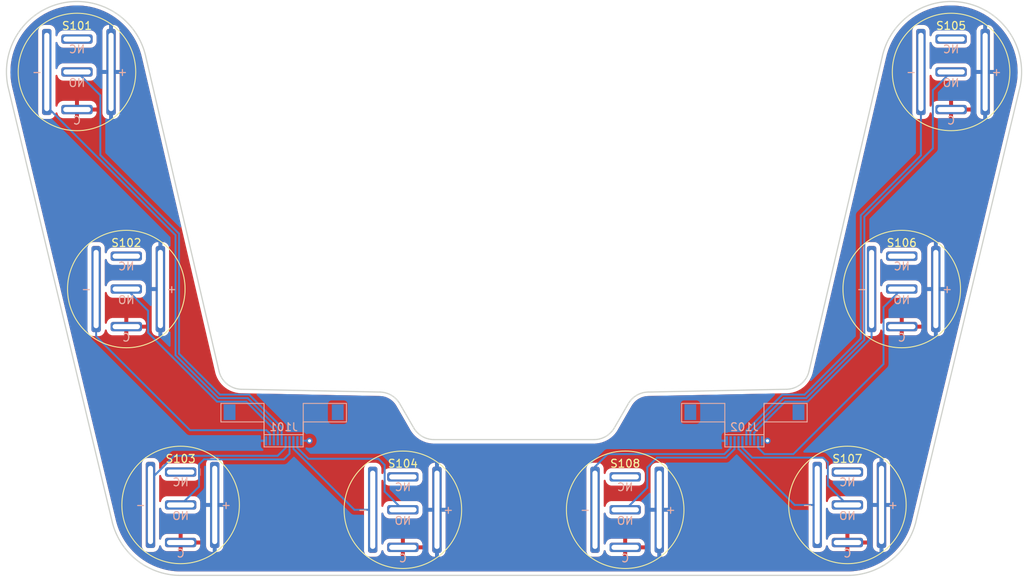
<source format=kicad_pcb>
(kicad_pcb (version 20211014) (generator pcbnew)
  (layers (0 "F.Cu" signal) (31 "B.Cu" signal) (34 "B.Paste" user) (35 "F.Paste" user) (36 "B.SilkS" user "B.Silkscreen") (37 "F.SilkS" user "F.Silkscreen") (38 "B.Mask" user) (39 "F.Mask" user) (44 "Edge.Cuts" user))
  (net 0 "")
  (net 1 "/LED4_Sig")
  (net 2 "/SW4_Sig")
  (net 3 "/LED3_Sig")
  (net 4 "/SW3_Sig")
  (net 5 "/LED1_Sig")
  (net 6 "/SW1_Sig")
  (net 7 "/LED2_Sig")
  (net 8 "/SW2_Sig")
  (net 9 "GND")
  (net 10 "/LED6_Sig")
  (net 11 "/SW6_Sig")
  (net 12 "/LED5_Sig")
  (net 13 "/SW5_Sig")
  (net 14 "/LED7_Sig")
  (net 15 "/SW7_Sig")
  (net 16 "/LED8_Sig")
  (net 17 "/SW8_Sig")
  (net 26 "+12V")
  (footprint "JohnLib:Apiele19mm" (layer "F.Cu") (at 192.447 114.496)
    (fp_text reference "S107" (at 0 -5.9 unlocked) (layer "F.SilkS"))
    (fp_text value "APIELE19mm")
    (fp_text user "NC" (at 0 -2.9 unlocked) (layer "B.SilkS") (effects (justify mirror)))
    (fp_text user "+" (at 5.8 0 unlocked) (layer "B.SilkS") (effects (justify mirror)))
    (fp_text user "C" (at 0 6.2 unlocked) (layer "B.SilkS") (effects (justify mirror)))
    (fp_text user "NO" (at 0 1.4 unlocked) (layer "B.SilkS") (effects (justify mirror)))
    (fp_text user "-" (at -5.1 0 unlocked) (layer "B.SilkS") (effects (justify mirror)))
    (fp_circle (center 0 0) (end 7.5 0) (layer "F.SilkS") (width 0.12) (fill none))
    (pad "1" thru_hole roundrect locked (at 0 -4.2) (size 4 1.2) (drill oval 3.5 0.65) (layers *.Cu *.Mask))
    (pad "2" thru_hole roundrect locked (at 0 0) (size 4 1.2) (drill oval 3.5 0.65) (layers *.Cu *.Mask) (net 15 "/SW7_Sig"))
    (pad "3" thru_hole roundrect locked (at 0 4.8) (size 4 1.2) (drill oval 3.5 0.65) (layers *.Cu *.Mask) (net 9 "GND"))
    (pad "4" thru_hole roundrect locked (at -3.85 0 90) (size 11 1.2) (drill oval 10 0.65) (layers *.Cu *.Mask) (net 14 "/LED7_Sig"))
    (pad "5" thru_hole roundrect locked (at 4.35 0 90) (size 11 1.2) (drill oval 10 0.65) (layers *.Cu *.Mask) (net 26 "+12V"))
  )
  (footprint "JohnLib:Apiele19mm" (layer "F.Cu") (at 135.715 115.113)
    (fp_text reference "S104" (at 0 -5.9 unlocked) (layer "F.SilkS"))
    (fp_text value "APIELE19mm")
    (fp_text user "-" (at -5.1 0 unlocked) (layer "B.SilkS") (effects (justify mirror)))
    (fp_text user "+" (at 5.8 0 unlocked) (layer "B.SilkS") (effects (justify mirror)))
    (fp_text user "C" (at 0 6.2 unlocked) (layer "B.SilkS") (effects (justify mirror)))
    (fp_text user "NC" (at 0 -2.9 unlocked) (layer "B.SilkS") (effects (justify mirror)))
    (fp_text user "NO" (at 0 1.4 unlocked) (layer "B.SilkS") (effects (justify mirror)))
    (fp_circle (center 0 0) (end 7.5 0) (layer "F.SilkS") (width 0.12) (fill none))
    (pad "1" thru_hole roundrect locked (at 0 -4.2) (size 4 1.2) (drill oval 3.5 0.65) (layers *.Cu *.Mask))
    (pad "2" thru_hole roundrect locked (at 0 0) (size 4 1.2) (drill oval 3.5 0.65) (layers *.Cu *.Mask) (net 2 "/SW4_Sig"))
    (pad "3" thru_hole roundrect locked (at 0 4.8) (size 4 1.2) (drill oval 3.5 0.65) (layers *.Cu *.Mask) (net 9 "GND"))
    (pad "4" thru_hole roundrect locked (at -3.85 0 90) (size 11 1.2) (drill oval 10 0.65) (layers *.Cu *.Mask) (net 1 "/LED4_Sig"))
    (pad "5" thru_hole roundrect locked (at 4.35 0 90) (size 11 1.2) (drill oval 10 0.65) (layers *.Cu *.Mask) (net 26 "+12V"))
  )
  (footprint "JohnLib:Apiele19mm" (layer "F.Cu") (at 205.677 59.191)
    (fp_text reference "S105" (at 0 -5.9 unlocked) (layer "F.SilkS"))
    (fp_text value "APIELE19mm")
    (fp_text user "-" (at -5.1 0 unlocked) (layer "B.SilkS") (effects (justify mirror)))
    (fp_text user "C" (at 0 6.2 unlocked) (layer "B.SilkS") (effects (justify mirror)))
    (fp_text user "+" (at 5.8 0 unlocked) (layer "B.SilkS") (effects (justify mirror)))
    (fp_text user "NO" (at 0 1.4 unlocked) (layer "B.SilkS") (effects (justify mirror)))
    (fp_text user "NC" (at 0 -2.9 unlocked) (layer "B.SilkS") (effects (justify mirror)))
    (fp_circle (center 0 0) (end 7.5 0) (layer "F.SilkS") (width 0.12) (fill none))
    (pad "1" thru_hole roundrect locked (at 0 -4.2) (size 4 1.2) (drill oval 3.5 0.65) (layers *.Cu *.Mask))
    (pad "2" thru_hole roundrect locked (at 0 0) (size 4 1.2) (drill oval 3.5 0.65) (layers *.Cu *.Mask) (net 13 "/SW5_Sig"))
    (pad "3" thru_hole roundrect locked (at 0 4.8) (size 4 1.2) (drill oval 3.5 0.65) (layers *.Cu *.Mask) (net 9 "GND"))
    (pad "4" thru_hole roundrect locked (at -3.85 0 90) (size 11 1.2) (drill oval 10 0.65) (layers *.Cu *.Mask) (net 12 "/LED5_Sig"))
    (pad "5" thru_hole roundrect locked (at 4.35 0 90) (size 11 1.2) (drill oval 10 0.65) (layers *.Cu *.Mask) (net 26 "+12V"))
  )
  (footprint "JohnLib:Apiele19mm" (layer "F.Cu") (at 199.381 86.92)
    (fp_text reference "S106" (at 0 -5.9 unlocked) (layer "F.SilkS"))
    (fp_text value "APIELE19mm")
    (fp_text user "-" (at -5.1 0 unlocked) (layer "B.SilkS") (effects (justify mirror)))
    (fp_text user "C" (at 0 6.2 unlocked) (layer "B.SilkS") (effects (justify mirror)))
    (fp_text user "NC" (at 0 -2.9 unlocked) (layer "B.SilkS") (effects (justify mirror)))
    (fp_text user "+" (at 5.8 0 unlocked) (layer "B.SilkS") (effects (justify mirror)))
    (fp_text user "NO" (at 0 1.4 unlocked) (layer "B.SilkS") (effects (justify mirror)))
    (fp_circle (center 0 0) (end 7.5 0) (layer "F.SilkS") (width 0.12) (fill none))
    (pad "1" thru_hole roundrect locked (at 0 -4.2) (size 4 1.2) (drill oval 3.5 0.65) (layers *.Cu *.Mask))
    (pad "2" thru_hole roundrect locked (at 0 0) (size 4 1.2) (drill oval 3.5 0.65) (layers *.Cu *.Mask) (net 11 "/SW6_Sig"))
    (pad "3" thru_hole roundrect locked (at 0 4.8) (size 4 1.2) (drill oval 3.5 0.65) (layers *.Cu *.Mask) (net 9 "GND"))
    (pad "4" thru_hole roundrect locked (at -3.85 0 90) (size 11 1.2) (drill oval 10 0.65) (layers *.Cu *.Mask) (net 10 "/LED6_Sig"))
    (pad "5" thru_hole roundrect locked (at 4.35 0 90) (size 11 1.2) (drill oval 10 0.65) (layers *.Cu *.Mask) (net 26 "+12V"))
  )
  (footprint "JohnLib:Apiele19mm" (layer "F.Cu") (at 94.123 59.191)
    (fp_text reference "S101" (at 0 -5.9 unlocked) (layer "F.SilkS"))
    (fp_text value "APIELE19mm")
    (fp_text user "+" (at 5.8 0 unlocked) (layer "B.SilkS") (effects (justify mirror)))
    (fp_text user "C" (at 0 6.2 unlocked) (layer "B.SilkS") (effects (justify mirror)))
    (fp_text user "NO" (at 0 1.4 unlocked) (layer "B.SilkS") (effects (justify mirror)))
    (fp_text user "-" (at -5.1 0 unlocked) (layer "B.SilkS") (effects (justify mirror)))
    (fp_text user "NC" (at 0 -2.9 unlocked) (layer "B.SilkS") (effects (justify mirror)))
    (fp_circle (center 0 0) (end 7.5 0) (layer "F.SilkS") (width 0.12) (fill none))
    (pad "1" thru_hole roundrect locked (at 0 -4.2) (size 4 1.2) (drill oval 3.5 0.65) (layers *.Cu *.Mask))
    (pad "2" thru_hole roundrect locked (at 0 0) (size 4 1.2) (drill oval 3.5 0.65) (layers *.Cu *.Mask) (net 6 "/SW1_Sig"))
    (pad "3" thru_hole roundrect locked (at 0 4.8) (size 4 1.2) (drill oval 3.5 0.65) (layers *.Cu *.Mask) (net 9 "GND"))
    (pad "4" thru_hole roundrect locked (at -3.85 0 90) (size 11 1.2) (drill oval 10 0.65) (layers *.Cu *.Mask) (net 5 "/LED1_Sig"))
    (pad "5" thru_hole roundrect locked (at 4.35 0 90) (size 11 1.2) (drill oval 10 0.65) (layers *.Cu *.Mask) (net 26 "+12V"))
  )
  (footprint "JohnLib:Apiele19mm" (layer "F.Cu") (at 107.353 114.496)
    (fp_text reference "S103" (at 0 -5.9 unlocked) (layer "F.SilkS"))
    (fp_text value "APIELE19mm")
    (fp_text user "NO" (at 0 1.4 unlocked) (layer "B.SilkS") (effects (justify mirror)))
    (fp_text user "-" (at -5.1 0 unlocked) (layer "B.SilkS") (effects (justify mirror)))
    (fp_text user "C" (at 0 6.2 unlocked) (layer "B.SilkS") (effects (justify mirror)))
    (fp_text user "+" (at 5.8 0 unlocked) (layer "B.SilkS") (effects (justify mirror)))
    (fp_text user "NC" (at 0 -2.9 unlocked) (layer "B.SilkS") (effects (justify mirror)))
    (fp_circle (center 0 0) (end 7.5 0) (layer "F.SilkS") (width 0.12) (fill none))
    (pad "1" thru_hole roundrect locked (at 0 -4.2) (size 4 1.2) (drill oval 3.5 0.65) (layers *.Cu *.Mask))
    (pad "2" thru_hole roundrect locked (at 0 0) (size 4 1.2) (drill oval 3.5 0.65) (layers *.Cu *.Mask) (net 4 "/SW3_Sig"))
    (pad "3" thru_hole roundrect locked (at 0 4.8) (size 4 1.2) (drill oval 3.5 0.65) (layers *.Cu *.Mask) (net 9 "GND"))
    (pad "4" thru_hole roundrect locked (at -3.85 0 90) (size 11 1.2) (drill oval 10 0.65) (layers *.Cu *.Mask) (net 3 "/LED3_Sig"))
    (pad "5" thru_hole roundrect locked (at 4.35 0 90) (size 11 1.2) (drill oval 10 0.65) (layers *.Cu *.Mask) (net 26 "+12V"))
  )
  (footprint "JohnLib:Apiele19mm" (layer "F.Cu") (at 100.419 86.92)
    (fp_text reference "S102" (at 0 -5.9 unlocked) (layer "F.SilkS"))
    (fp_text value "APIELE19mm")
    (fp_text user "NC" (at 0 -2.9 unlocked) (layer "B.SilkS") (effects (justify mirror)))
    (fp_text user "-" (at -5.1 0 unlocked) (layer "B.SilkS") (effects (justify mirror)))
    (fp_text user "NO" (at 0 1.4 unlocked) (layer "B.SilkS") (effects (justify mirror)))
    (fp_text user "C" (at 0 6.2 unlocked) (layer "B.SilkS") (effects (justify mirror)))
    (fp_text user "+" (at 5.8 0 unlocked) (layer "B.SilkS") (effects (justify mirror)))
    (fp_circle (center 0 0) (end 7.5 0) (layer "F.SilkS") (width 0.12) (fill none))
    (pad "1" thru_hole roundrect locked (at 0 -4.2) (size 4 1.2) (drill oval 3.5 0.65) (layers *.Cu *.Mask))
    (pad "2" thru_hole roundrect locked (at 0 0) (size 4 1.2) (drill oval 3.5 0.65) (layers *.Cu *.Mask) (net 8 "/SW2_Sig"))
    (pad "3" thru_hole roundrect locked (at 0 4.8) (size 4 1.2) (drill oval 3.5 0.65) (layers *.Cu *.Mask) (net 9 "GND"))
    (pad "4" thru_hole roundrect locked (at -3.85 0 90) (size 11 1.2) (drill oval 10 0.65) (layers *.Cu *.Mask) (net 7 "/LED2_Sig"))
    (pad "5" thru_hole roundrect locked (at 4.35 0 90) (size 11 1.2) (drill oval 10 0.65) (layers *.Cu *.Mask) (net 26 "+12V"))
  )
  (footprint "JohnLib:Apiele19mm" (layer "F.Cu") (at 164.085 115.113)
    (fp_text reference "S108" (at 0 -5.9 unlocked) (layer "F.SilkS"))
    (fp_text value "APIELE19mm")
    (fp_text user "+" (at 5.8 0 unlocked) (layer "B.SilkS") (effects (justify mirror)))
    (fp_text user "C" (at 0 6.2 unlocked) (layer "B.SilkS") (effects (justify mirror)))
    (fp_text user "NO" (at 0 1.4 unlocked) (layer "B.SilkS") (effects (justify mirror)))
    (fp_text user "-" (at -5.1 0 unlocked) (layer "B.SilkS") (effects (justify mirror)))
    (fp_text user "NC" (at 0 -2.9 unlocked) (layer "B.SilkS") (effects (justify mirror)))
    (fp_circle (center 0 0) (end 7.5 0) (layer "F.SilkS") (width 0.12) (fill none))
    (pad "1" thru_hole roundrect locked (at 0 -4.2) (size 4 1.2) (drill oval 3.5 0.65) (layers *.Cu *.Mask))
    (pad "2" thru_hole roundrect locked (at 0 0) (size 4 1.2) (drill oval 3.5 0.65) (layers *.Cu *.Mask) (net 17 "/SW8_Sig"))
    (pad "3" thru_hole roundrect locked (at 0 4.8) (size 4 1.2) (drill oval 3.5 0.65) (layers *.Cu *.Mask) (net 9 "GND"))
    (pad "4" thru_hole roundrect locked (at -3.85 0 90) (size 11 1.2) (drill oval 10 0.65) (layers *.Cu *.Mask) (net 16 "/LED8_Sig"))
    (pad "5" thru_hole roundrect locked (at 4.35 0 90) (size 11 1.2) (drill oval 10 0.65) (layers *.Cu *.Mask) (net 26 "+12V"))
  )
  (footprint "JohnLib:Connector_FPC_Molex_2004850410" (layer "B.Cu") (at 179.3 106.3)
    (fp_text reference "J102" (at 0 -1.75 180) (layer "B.SilkS") (effects (justify mirror)))
    (fp_text value "Conn_01x10_MountingPin")
    (fp_line (start 8.01 -4.77) (end 8.01 -2.41) (layer "B.SilkS") (width 0.12))
    (fp_line (start -2.5 -0.78) (end 2.5 -0.78) (layer "B.SilkS") (width 0.12))
    (fp_line (start -2.5 0.78) (end 2.5 0.78) (layer "B.SilkS") (width 0.12))
    (fp_line (start -8.01 -2.41) (end -2.5 -2.41) (layer "B.SilkS") (width 0.12))
    (fp_line (start -2.5 -2.41) (end -2.5 0.78) (layer "B.SilkS") (width 0.12))
    (fp_line (start -8.01 -4.77) (end -8.01 -2.41) (layer "B.SilkS") (width 0.12))
    (fp_line (start 2.5 -4.77) (end 8.01 -4.77) (layer "B.SilkS") (width 0.12))
    (fp_line (start 2.5 -0.78) (end 2.5 -4.77) (layer "B.SilkS") (width 0.12))
    (fp_line (start -2.5 -0.78) (end -2.5 -4.77) (layer "B.SilkS") (width 0.12))
    (fp_line (start 8.01 -2.41) (end 2.5 -2.41) (layer "B.SilkS") (width 0.12))
    (fp_line (start -2.5 -4.77) (end -8.01 -4.77) (layer "B.SilkS") (width 0.12))
    (fp_line (start 2.5 -2.41) (end 2.5 0.78) (layer "B.SilkS") (width 0.12))
    (pad "1" smd rect (at -2.25 0) (size 0.3 1.2) (layers "B.Cu" "B.Paste" "B.Mask") (net 26 "+12V"))
    (pad "2" smd rect (at -1.75 0) (size 0.3 1.2) (layers "B.Cu" "B.Paste" "B.Mask") (net 16 "/LED8_Sig"))
    (pad "3" smd rect (at -1.25 0) (size 0.3 1.2) (layers "B.Cu" "B.Paste" "B.Mask") (net 17 "/SW8_Sig"))
    (pad "4" smd rect (at -0.75 0) (size 0.3 1.2) (layers "B.Cu" "B.Paste" "B.Mask") (net 14 "/LED7_Sig"))
    (pad "5" smd rect (at -0.25 0) (size 0.3 1.2) (layers "B.Cu" "B.Paste" "B.Mask") (net 15 "/SW7_Sig"))
    (pad "6" smd rect (at 0.25 0) (size 0.3 1.2) (layers "B.Cu" "B.Paste" "B.Mask") (net 12 "/LED5_Sig"))
    (pad "7" smd rect (at 0.75 0) (size 0.3 1.2) (layers "B.Cu" "B.Paste" "B.Mask") (net 13 "/SW5_Sig"))
    (pad "8" smd rect (at 1.25 0) (size 0.3 1.2) (layers "B.Cu" "B.Paste" "B.Mask") (net 10 "/LED6_Sig"))
    (pad "9" smd rect (at 1.75 0) (size 0.3 1.2) (layers "B.Cu" "B.Paste" "B.Mask") (net 11 "/SW6_Sig"))
    (pad "10" smd rect (at 2.25 0) (size 0.3 1.2) (layers "B.Cu" "B.Paste" "B.Mask") (net 9 "GND"))
    (pad "MP" smd rect (at -6.9 -3.65) (size 1.5 2) (layers "B.Cu" "B.Paste" "B.Mask"))
    (pad "MP" smd rect (at 6.9 -3.65) (size 1.5 2) (layers "B.Cu" "B.Paste" "B.Mask"))
  )
  (footprint "JohnLib:Connector_FPC_Molex_2004850410" (layer "B.Cu") (at 120.5 106.3)
    (fp_text reference "J101" (at 0 -1.75 180) (layer "B.SilkS") (effects (justify mirror)))
    (fp_text value "Conn_01x10_MountingPin")
    (fp_line (start -2.5 0.78) (end 2.5 0.78) (layer "B.SilkS") (width 0.12))
    (fp_line (start 2.5 -0.78) (end 2.5 -4.77) (layer "B.SilkS") (width 0.12))
    (fp_line (start 8.01 -2.41) (end 2.5 -2.41) (layer "B.SilkS") (width 0.12))
    (fp_line (start -8.01 -4.77) (end -8.01 -2.41) (layer "B.SilkS") (width 0.12))
    (fp_line (start -8.01 -2.41) (end -2.5 -2.41) (layer "B.SilkS") (width 0.12))
    (fp_line (start -2.5 -0.78) (end 2.5 -0.78) (layer "B.SilkS") (width 0.12))
    (fp_line (start 2.5 -4.77) (end 8.01 -4.77) (layer "B.SilkS") (width 0.12))
    (fp_line (start 8.01 -4.77) (end 8.01 -2.41) (layer "B.SilkS") (width 0.12))
    (fp_line (start -2.5 -0.78) (end -2.5 -4.77) (layer "B.SilkS") (width 0.12))
    (fp_line (start -2.5 -2.41) (end -2.5 0.78) (layer "B.SilkS") (width 0.12))
    (fp_line (start -2.5 -4.77) (end -8.01 -4.77) (layer "B.SilkS") (width 0.12))
    (fp_line (start 2.5 -2.41) (end 2.5 0.78) (layer "B.SilkS") (width 0.12))
    (pad "1" smd rect (at -2.25 0) (size 0.3 1.2) (layers "B.Cu" "B.Paste" "B.Mask") (net 26 "+12V"))
    (pad "2" smd rect (at -1.75 0) (size 0.3 1.2) (layers "B.Cu" "B.Paste" "B.Mask") (net 7 "/LED2_Sig"))
    (pad "3" smd rect (at -1.25 0) (size 0.3 1.2) (layers "B.Cu" "B.Paste" "B.Mask") (net 8 "/SW2_Sig"))
    (pad "4" smd rect (at -0.75 0) (size 0.3 1.2) (layers "B.Cu" "B.Paste" "B.Mask") (net 5 "/LED1_Sig"))
    (pad "5" smd rect (at -0.25 0) (size 0.3 1.2) (layers "B.Cu" "B.Paste" "B.Mask") (net 6 "/SW1_Sig"))
    (pad "6" smd rect (at 0.25 0) (size 0.3 1.2) (layers "B.Cu" "B.Paste" "B.Mask") (net 3 "/LED3_Sig"))
    (pad "7" smd rect (at 0.75 0) (size 0.3 1.2) (layers "B.Cu" "B.Paste" "B.Mask") (net 4 "/SW3_Sig"))
    (pad "8" smd rect (at 1.25 0) (size 0.3 1.2) (layers "B.Cu" "B.Paste" "B.Mask") (net 1 "/LED4_Sig"))
    (pad "9" smd rect (at 1.75 0) (size 0.3 1.2) (layers "B.Cu" "B.Paste" "B.Mask") (net 2 "/SW4_Sig"))
    (pad "10" smd rect (at 2.25 0) (size 0.3 1.2) (layers "B.Cu" "B.Paste" "B.Mask") (net 9 "GND"))
    (pad "MP" smd rect (at -6.9 -3.65) (size 1.5 2) (layers "B.Cu" "B.Paste" "B.Mask"))
    (pad "MP" smd rect (at 6.9 -3.65) (size 1.5 2) (layers "B.Cu" "B.Paste" "B.Mask"))
  )
  (gr_arc (start 187.537 97.45) (mid 186.504662 99.061271) (end 184.708 99.72) (layer "Edge.Cuts") (width 0.16))
  (gr_arc (start 139.674 106.15) (mid 138.187776 105.741869) (end 137.1 104.65) (layer "Edge.Cuts") (width 0.16))
  (gr_line (start 167.033 100.076) (end 184.708 99.72) (layer "Edge.Cuts") (width 0.16))
  (gr_line (start 102.922 57.3) (end 112.263 97.45) (layer "Edge.Cuts") (width 0.16))
  (gr_arc (start 85.324 61.082) (mid 92.232 50.392) (end 102.922 57.3) (layer "Edge.Cuts") (width 0.16))
  (gr_arc (start 107.059 123.491) (mid 101.744497 121.534599) (end 98.651 116.791) (layer "Edge.Cuts") (width 0.16))
  (gr_line (start 135.325 101.576) (end 137.1 104.65) (layer "Edge.Cuts") (width 0.16))
  (gr_line (start 201.149 116.791) (end 214.476 61.082) (layer "Edge.Cuts") (width 0.16))
  (gr_arc (start 132.767 100.076) (mid 134.24415 100.488088) (end 135.325 101.576) (layer "Edge.Cuts") (width 0.16))
  (gr_line (start 115.092 99.72) (end 132.767 100.076) (layer "Edge.Cuts") (width 0.16))
  (gr_arc (start 201.149 116.791) (mid 198.055503 121.534599) (end 192.741 123.491) (layer "Edge.Cuts") (width 0.16))
  (gr_line (start 107.059 123.491) (end 192.741 123.491) (layer "Edge.Cuts") (width 0.16))
  (gr_line (start 85.324 61.082) (end 98.651 116.791) (layer "Edge.Cuts") (width 0.16))
  (gr_line (start 139.674 106.15) (end 160.126 106.15) (layer "Edge.Cuts") (width 0.16))
  (gr_arc (start 164.475 101.576) (mid 165.55585 100.488088) (end 167.033 100.076) (layer "Edge.Cuts") (width 0.16))
  (gr_arc (start 196.878 57.3) (mid 207.568 50.392) (end 214.476 61.082) (layer "Edge.Cuts") (width 0.16))
  (gr_arc (start 162.7 104.65) (mid 161.612224 105.741869) (end 160.126 106.15) (layer "Edge.Cuts") (width 0.16))
  (gr_arc (start 115.092 99.72) (mid 113.295338 99.061271) (end 112.263 97.45) (layer "Edge.Cuts") (width 0.16))
  (gr_line (start 162.7 104.65) (end 164.475 101.576) (layer "Edge.Cuts") (width 0.16))
  (gr_line (start 187.537 97.45) (end 196.878 57.3) (layer "Edge.Cuts") (width 0.16))
  (segment (start 129.52826 115.113) (end 131.865 115.113) (width 0.25) (layer "B.Cu") (net 1))
  (segment (start 121.75 107.33474) (end 129.52826 115.113) (width 0.25) (layer "B.Cu") (net 1))
  (segment (start 121.75 106.3) (end 121.75 107.33474) (width 0.25) (layer "B.Cu") (net 1))
  (segment (start 132.6 108.6) (end 133.39048 109.39048) (width 0.25) (layer "B.Cu") (net 2))
  (segment (start 123.650978 108.6) (end 132.6 108.6) (width 0.25) (layer "B.Cu") (net 2))
  (segment (start 133.39048 109.39048) (end 133.39048 112.78848) (width 0.25) (layer "B.Cu") (net 2))
  (segment (start 133.39048 112.78848) (end 135.715 115.113) (width 0.25) (layer "B.Cu") (net 2))
  (segment (start 122.25 106.3) (end 122.25 107.199022) (width 0.25) (layer "B.Cu") (net 2))
  (segment (start 122.25 107.199022) (end 123.650978 108.6) (width 0.25) (layer "B.Cu") (net 2))
  (segment (start 103.503 111.247) (end 103.503 114.496) (width 0.25) (layer "B.Cu") (net 3))
  (segment (start 120.75 107.199022) (end 119.727062 108.22196) (width 0.25) (layer "B.Cu") (net 3))
  (segment (start 106.52804 108.22196) (end 103.503 111.247) (width 0.25) (layer "B.Cu") (net 3))
  (segment (start 119.727062 108.22196) (end 106.52804 108.22196) (width 0.25) (layer "B.Cu") (net 3))
  (segment (start 120.75 106.3) (end 120.75 107.199022) (width 0.25) (layer "B.Cu") (net 3))
  (segment (start 120.52852 108.67148) (end 110.32852 108.67148) (width 0.25) (layer "B.Cu") (net 4))
  (segment (start 121.25 107.95) (end 120.52852 108.67148) (width 0.25) (layer "B.Cu") (net 4))
  (segment (start 109.7 109.3) (end 109.7 112.149) (width 0.25) (layer "B.Cu") (net 4))
  (segment (start 121.25 106.3) (end 121.25 107.95) (width 0.25) (layer "B.Cu") (net 4))
  (segment (start 110.32852 108.67148) (end 109.7 109.3) (width 0.25) (layer "B.Cu") (net 4))
  (segment (start 109.7 112.149) (end 107.353 114.496) (width 0.25) (layer "B.Cu") (net 4))
  (segment (start 90.273 59.191) (end 90.273 63.608717) (width 0.25) (layer "B.Cu") (net 5))
  (segment (start 112.186198 100.85048) (end 115.914762 100.85048) (width 0.25) (layer "B.Cu") (net 5))
  (segment (start 106.70048 80.036197) (end 106.70048 95.364762) (width 0.25) (layer "B.Cu") (net 5))
  (segment (start 115.914762 100.85048) (end 119.75 104.685718) (width 0.25) (layer "B.Cu") (net 5))
  (segment (start 106.70048 95.364762) (end 112.186198 100.85048) (width 0.25) (layer "B.Cu") (net 5))
  (segment (start 90.273 63.608717) (end 106.70048 80.036197) (width 0.25) (layer "B.Cu") (net 5))
  (segment (start 119.75 104.685718) (end 119.75 106.3) (width 0.25) (layer "B.Cu") (net 5))
  (segment (start 112.372396 100.40096) (end 107.15 95.178564) (width 0.25) (layer "B.Cu") (net 6))
  (segment (start 116.10096 100.40096) (end 112.372396 100.40096) (width 0.25) (layer "B.Cu") (net 6))
  (segment (start 97.1 69.8) (end 97.1 62.168) (width 0.25) (layer "B.Cu") (net 6))
  (segment (start 97.1 62.168) (end 94.123 59.191) (width 0.25) (layer "B.Cu") (net 6))
  (segment (start 107.15 95.178564) (end 107.15 79.85) (width 0.25) (layer "B.Cu") (net 6))
  (segment (start 120.25 104.55) (end 116.10096 100.40096) (width 0.25) (layer "B.Cu") (net 6))
  (segment (start 120.25 106.3) (end 120.25 104.55) (width 0.25) (layer "B.Cu") (net 6))
  (segment (start 107.15 79.85) (end 97.1 69.8) (width 0.25) (layer "B.Cu") (net 6))
  (segment (start 108.55 104.95) (end 118.299022 104.95) (width 0.25) (layer "B.Cu") (net 7))
  (segment (start 96.569 86.92) (end 96.569 92.969) (width 0.25) (layer "B.Cu") (net 7))
  (segment (start 96.569 92.969) (end 108.55 104.95) (width 0.25) (layer "B.Cu") (net 7))
  (segment (start 118.75 105.400978) (end 118.75 106.3) (width 0.25) (layer "B.Cu") (net 7))
  (segment (start 118.299022 104.95) (end 118.75 105.400978) (width 0.25) (layer "B.Cu") (net 7))
  (segment (start 119.25 104.821436) (end 115.728564 101.3) (width 0.25) (layer "B.Cu") (net 8))
  (segment (start 119.25 106.3) (end 119.25 104.821436) (width 0.25) (layer "B.Cu") (net 8))
  (segment (start 103.2 92.5) (end 103.2 89.701) (width 0.25) (layer "B.Cu") (net 8))
  (segment (start 103.2 89.701) (end 100.419 86.92) (width 0.25) (layer "B.Cu") (net 8))
  (segment (start 112 101.3) (end 103.2 92.5) (width 0.25) (layer "B.Cu") (net 8))
  (segment (start 115.728564 101.3) (end 112 101.3) (width 0.25) (layer "B.Cu") (net 8))
  (via (at 182.25 106.3) (size 0.8) (drill 0.4) (layers "F.Cu" "B.Cu") (net 9))
  (via (at 123.8 106.3) (size 0.8) (drill 0.4) (layers "F.Cu" "B.Cu") (net 9))
  (segment (start 181.55 106.3) (end 182 106.3) (width 0.25) (layer "B.Cu") (net 9))
  (segment (start 122.75 106.3) (end 123.8 106.3) (width 0.25) (layer "B.Cu") (net 9))
  (segment (start 182 106.3) (end 182.25 106.3) (width 0.25) (layer "B.Cu") (net 9))
  (segment (start 195.531 86.92) (end 195.531 93.133282) (width 0.25) (layer "B.Cu") (net 10))
  (segment (start 184.51526 101.3) (end 180.55 105.26526) (width 0.25) (layer "B.Cu") (net 10))
  (segment (start 187.364282 101.3) (end 184.51526 101.3) (width 0.25) (layer "B.Cu") (net 10))
  (segment (start 195.531 93.133282) (end 187.364282 101.3) (width 0.25) (layer "B.Cu") (net 10))
  (segment (start 180.55 105.26526) (end 180.55 106.3) (width 0.25) (layer "B.Cu") (net 10))
  (segment (start 197.05648 96.49352) (end 197.05648 89.24452) (width 0.25) (layer "B.Cu") (net 11))
  (segment (start 185.55 108) (end 197.05648 96.49352) (width 0.25) (layer "B.Cu") (net 11))
  (segment (start 181.05 106.3) (end 181.05 107.199022) (width 0.25) (layer "B.Cu") (net 11))
  (segment (start 181.05 107.199022) (end 181.850978 108) (width 0.25) (layer "B.Cu") (net 11))
  (segment (start 197.05648 89.24452) (end 199.381 86.92) (width 0.25) (layer "B.Cu") (net 11))
  (segment (start 181.850978 108) (end 185.55 108) (width 0.25) (layer "B.Cu") (net 11))
  (segment (start 201.827 69.837282) (end 201.827 59.191) (width 0.25) (layer "B.Cu") (net 12))
  (segment (start 186.991886 100.40096) (end 194.15696 93.235886) (width 0.25) (layer "B.Cu") (net 12))
  (segment (start 194.15696 93.235886) (end 194.15696 77.507322) (width 0.25) (layer "B.Cu") (net 12))
  (segment (start 179.55 106.3) (end 179.55 104.993825) (width 0.25) (layer "B.Cu") (net 12))
  (segment (start 194.15696 77.507322) (end 201.827 69.837282) (width 0.25) (layer "B.Cu") (net 12))
  (segment (start 184.142866 100.40096) (end 186.991886 100.40096) (width 0.25) (layer "B.Cu") (net 12))
  (segment (start 179.55 104.993825) (end 184.142866 100.40096) (width 0.25) (layer "B.Cu") (net 12))
  (segment (start 180.05 106.3) (end 180.05 105.129542) (width 0.25) (layer "B.Cu") (net 13))
  (segment (start 180.05 105.129542) (end 184.329063 100.85048) (width 0.25) (layer "B.Cu") (net 13))
  (segment (start 184.329063 100.85048) (end 187.178084 100.85048) (width 0.25) (layer "B.Cu") (net 13))
  (segment (start 187.178084 100.85048) (end 194.60648 93.422084) (width 0.25) (layer "B.Cu") (net 13))
  (segment (start 194.60648 77.69352) (end 203.35248 68.94752) (width 0.25) (layer "B.Cu") (net 13))
  (segment (start 194.60648 93.422084) (end 194.60648 77.69352) (width 0.25) (layer "B.Cu") (net 13))
  (segment (start 203.35248 68.94752) (end 203.35248 61.51552) (width 0.25) (layer "B.Cu") (net 13))
  (segment (start 203.35248 61.51552) (end 205.677 59.191) (width 0.25) (layer "B.Cu") (net 13))
  (segment (start 185.711261 114.496) (end 188.597 114.496) (width 0.25) (layer "B.Cu") (net 14))
  (segment (start 178.55 107.334739) (end 185.711261 114.496) (width 0.25) (layer "B.Cu") (net 14))
  (segment (start 178.55 106.3) (end 178.55 107.334739) (width 0.25) (layer "B.Cu") (net 14))
  (segment (start 179.05 107.199022) (end 180.300498 108.44952) (width 0.25) (layer "B.Cu") (net 15))
  (segment (start 180.300498 108.44952) (end 189.34952 108.44952) (width 0.25) (layer "B.Cu") (net 15))
  (segment (start 189.34952 108.44952) (end 189.95 109.05) (width 0.25) (layer "B.Cu") (net 15))
  (segment (start 179.05 106.3) (end 179.05 107.199022) (width 0.25) (layer "B.Cu") (net 15))
  (segment (start 189.95 109.05) (end 189.95 111.999) (width 0.25) (layer "B.Cu") (net 15))
  (segment (start 189.95 111.999) (end 192.447 114.496) (width 0.25) (layer "B.Cu") (net 15))
  (segment (start 176.749022 108) (end 161.85 108) (width 0.25) (layer "B.Cu") (net 16))
  (segment (start 160.235 109.615) (end 160.235 115.113) (width 0.25) (layer "B.Cu") (net 16))
  (segment (start 177.55 106.3) (end 177.55 107.199022) (width 0.25) (layer "B.Cu") (net 16))
  (segment (start 177.55 107.199022) (end 176.749022 108) (width 0.25) (layer "B.Cu") (net 16))
  (segment (start 161.85 108) (end 160.235 109.615) (width 0.25) (layer "B.Cu") (net 16))
  (segment (start 178.05 107.35) (end 178.05 106.3) (width 0.25) (layer "B.Cu") (net 17))
  (segment (start 164.085 115.113) (end 166.9 112.298) (width 0.25) (layer "B.Cu") (net 17))
  (segment (start 166.9 109.7) (end 168.15048 108.44952) (width 0.25) (layer "B.Cu") (net 17))
  (segment (start 166.9 112.298) (end 166.9 109.7) (width 0.25) (layer "B.Cu") (net 17))
  (segment (start 168.15048 108.44952) (end 176.95048 108.44952) (width 0.25) (layer "B.Cu") (net 17))
  (segment (start 176.95048 108.44952) (end 178.05 107.35) (width 0.25) (layer "B.Cu") (net 17))
  (segment (start 118.25 106.3) (end 117.2 106.3) (width 0.25) (layer "B.Cu") (net 26))
  (segment (start 177.05 106.3) (end 175.9 106.3) (width 0.25) (layer "B.Cu") (net 26))
  (zone (net 9) (net_name "GND") (layer "F.Cu") (connect_pads (clearance 0.508)) (min_thickness 0.254) (fill yes (thermal_gap 0.508) (thermal_bridge_width 0.508))
    (polygon (pts (xy 215 125) (xy 84.3 125) (xy 84.3 50) (xy 215 50)))
  )
  (zone (net 26) (net_name "+12V") (layer "B.Cu") (connect_pads (clearance 0.508)) (min_thickness 0.254) (fill yes (thermal_gap 0.508) (thermal_bridge_width 0.508))
    (polygon (pts (xy 215 125) (xy 84.3 125) (xy 84.3 50) (xy 215 50)))
  )
)
</source>
